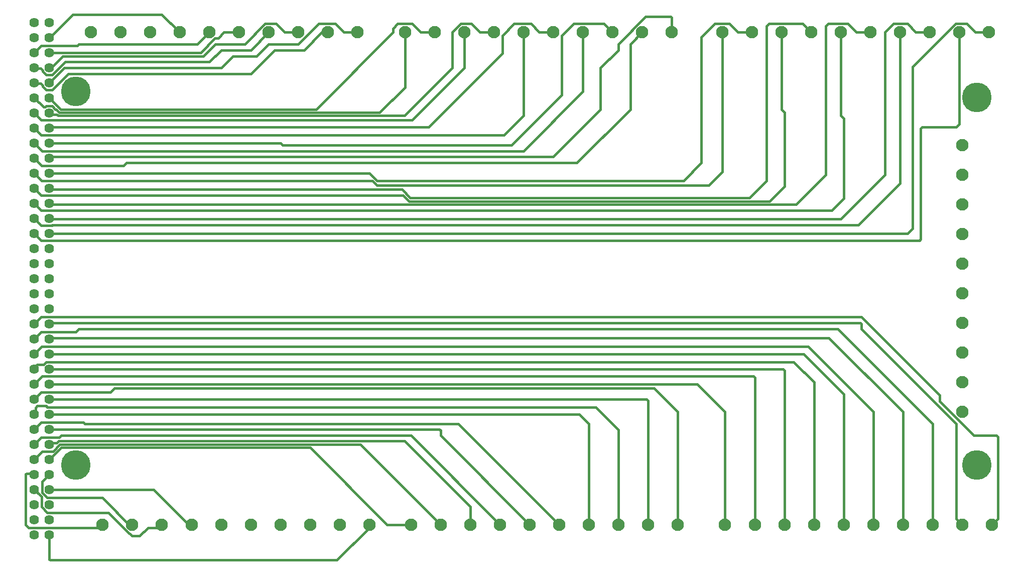
<source format=gtl>
G04*
G04 #@! TF.GenerationSoftware,Altium Limited,Altium Designer,20.0.11 (256)*
G04*
G04 Layer_Physical_Order=1*
G04 Layer_Color=255*
%FSLAX25Y25*%
%MOIN*%
G70*
G01*
G75*
%ADD10C,0.01500*%
%ADD18C,0.08268*%
%ADD19C,0.19685*%
%ADD20C,0.06378*%
D10*
X32856Y-42698D02*
G03*
X34073Y-43916I4546J3328D01*
G01*
X80709Y279528D02*
X88583Y287402D01*
X1969Y279528D02*
X80709D01*
X-27716Y273858D02*
X-23178Y278397D01*
X838D01*
X1969Y279528D01*
X98425Y287402D02*
X108268D01*
X94488Y283465D02*
X98425Y287402D01*
X-17717Y273858D02*
X82795D01*
X92401Y283465D01*
X94488D01*
X-8601Y271654D02*
X84646D01*
X92520Y279528D01*
X-16397Y263858D02*
X-8601Y271654D01*
X-7227Y267717D02*
X88583D01*
X96457Y275590D01*
X-14401Y260543D02*
X-7227Y267717D01*
X-17717Y253858D02*
X-7795Y263779D01*
X96457D02*
X104331Y271654D01*
X-7795Y263779D02*
X96457D01*
X116142Y259842D02*
X131890Y275590D01*
X-15774Y249169D02*
X-5101Y259842D01*
X116142D01*
X-1969Y299213D02*
X57087D01*
X-17717Y283858D02*
X-17323D01*
X-1969Y299213D01*
X57087D02*
X68898Y287402D01*
X608268Y-39370D02*
X612205Y-35433D01*
Y18806D01*
X611326Y19685D02*
X612205Y18806D01*
X596363Y19685D02*
X611326D01*
X-9764Y11811D02*
X155512D01*
X-17717Y13858D02*
X-16783Y14792D01*
X-15225Y9319D02*
X-10634Y13911D01*
X-12723Y14792D02*
X-11503Y16011D01*
X-17717Y3858D02*
X-9764Y11811D01*
X218241Y16011D02*
X261811Y-27559D01*
X188845Y13911D02*
X242126Y-39370D01*
X-16783Y14792D02*
X-12723D01*
X-10634Y13911D02*
X188845D01*
X-11503Y16011D02*
X218241D01*
X155512Y11811D02*
X206693Y-39370D01*
X222441D01*
X521654Y90551D02*
X584646Y27559D01*
Y-35433D02*
X588583Y-39370D01*
X584646Y-35433D02*
Y27559D01*
X-17717Y53858D02*
X412677D01*
X431102Y35433D01*
X-22520Y59055D02*
X449909D01*
X-17717Y63858D02*
X469606D01*
X470472Y-39370D02*
Y62992D01*
X-27716Y53858D02*
X-22520Y59055D01*
X449909D02*
X450787Y58176D01*
X469606Y63858D02*
X470472Y62992D01*
X-11818Y232020D02*
X218241D01*
X250000Y263779D01*
X-13049Y236221D02*
X-10949Y234120D01*
X-17717Y233858D02*
X-16783Y232925D01*
X-13660Y236221D02*
X-13049D01*
X159449D02*
X210630Y287402D01*
X-10079Y236221D02*
X159449D01*
X-17717Y243858D02*
X-10079Y236221D01*
X-16783Y232925D02*
X-12723D01*
X-10949Y234120D02*
X201764D01*
X-12723Y232925D02*
X-11818Y232020D01*
X201764Y234120D02*
X218504Y250860D01*
X-15836Y238397D02*
X-13660Y236221D01*
X-19597Y238397D02*
X-15836D01*
X-27716Y243858D02*
X-21547Y237689D01*
X-20305D01*
X-19597Y238397D01*
X-22255Y9319D02*
X-15225D01*
X-27716Y3858D02*
X-22255Y9319D01*
X450787Y-39370D02*
Y58176D01*
X-17717Y83858D02*
X-16929Y84646D01*
X500000D02*
X549213Y35433D01*
X-16929Y84646D02*
X500000D01*
X519685Y159449D02*
X547244Y187008D01*
X-15707Y159449D02*
X519685D01*
X-23178Y159319D02*
X-15836D01*
X-15707Y159449D01*
X-27716Y163858D02*
X-23178Y159319D01*
X-17717Y153858D02*
X552139D01*
X555582Y157300D01*
X-23028Y149169D02*
X560145D01*
X561024Y150048D01*
Y223531D01*
X561902Y224410D02*
X584646D01*
X555582Y264336D02*
X584281Y293035D01*
X561024Y223531D02*
X561902Y224410D01*
X555582Y157300D02*
Y264336D01*
X591490Y293035D02*
X597123Y287402D01*
X606299D01*
X584281Y293035D02*
X591490D01*
X507874Y163386D02*
X537402Y192913D01*
X-17244Y163386D02*
X507874D01*
X-17717Y163858D02*
X-17244Y163386D01*
X-23150Y169291D02*
X501968D01*
X-27716Y173858D02*
X-23150Y169291D01*
X501968D02*
X509842Y177165D01*
X478346Y173228D02*
X498032Y192913D01*
X217379Y179134D02*
X221184Y175328D01*
X222080Y177428D02*
X447113D01*
X458661Y188976D01*
X221184Y175328D02*
X460761D01*
X470472Y185039D01*
X216438Y183071D02*
X222080Y177428D01*
X-17087Y173228D02*
X478346D01*
X-17717Y173858D02*
X-17087Y173228D01*
X-22992Y179134D02*
X217379D01*
X-27716Y183858D02*
X-22992Y179134D01*
X-16929Y183071D02*
X216438D01*
X-17717Y183858D02*
X-16929Y183071D01*
X-27716Y203858D02*
X-22677Y198819D01*
X31496D02*
X33465Y200787D01*
X-22677Y198819D02*
X31496D01*
X196846Y188976D02*
X199964Y185858D01*
X-27716Y193858D02*
X-22835Y188976D01*
X196846D01*
X-17717Y193858D02*
X194934D01*
X199816Y188976D01*
X199964Y185858D02*
X420110D01*
X-17717Y263858D02*
X-16397D01*
X-22114Y261625D02*
Y262232D01*
X-19659Y259169D02*
X-17717D01*
X-21032Y260543D02*
X-19659Y259169D01*
X-27716Y263858D02*
X-27358Y263500D01*
X-17717Y259169D02*
X-15774D01*
X-14401Y260543D01*
X-27358Y263500D02*
X-23383D01*
X-22114Y261625D02*
X-21032Y260543D01*
X-23383Y263500D02*
X-22114Y262232D01*
X-23383Y253500D02*
X-22114Y252232D01*
X-17717Y249169D02*
X-15774D01*
X-22114Y251625D02*
Y252232D01*
Y251625D02*
X-21032Y250543D01*
X-27358Y253500D02*
X-23383D01*
X-19659Y249169D02*
X-17717D01*
X-27716Y253858D02*
X-27358Y253500D01*
X-21032Y250543D02*
X-19659Y249169D01*
X-19659Y68547D02*
X476728D01*
X490158Y-39370D02*
Y55118D01*
X476728Y68547D02*
X490158Y55118D01*
X-22793Y78782D02*
X486178D01*
X529528Y-39370D02*
Y35433D01*
X486178Y78782D02*
X529528Y35433D01*
X21610Y-31453D02*
X32856Y-42698D01*
X34073Y-43916D02*
X37130Y-46973D01*
X42277D01*
X-19037Y-31453D02*
X21610D01*
X-17717Y-16142D02*
X51575D01*
X76772Y-41339D01*
X261811Y-39370D02*
Y-27559D01*
X222441Y19685D02*
X281496Y-39370D01*
X-9843Y19685D02*
X222441D01*
X-27716Y13858D02*
X-23028Y18547D01*
X-10980D01*
X-9843Y19685D01*
X242126Y19685D02*
Y23036D01*
X-17717Y23858D02*
X241304D01*
X242126Y23036D01*
Y19685D02*
X301181Y-39370D01*
X-23028Y28547D02*
X4917D01*
X253937Y27559D02*
X320866Y-39370D01*
X4917Y28547D02*
X5906Y27559D01*
X253937D01*
X-27716Y23858D02*
X-23028Y28547D01*
X-17717Y33858D02*
X334252D01*
X345311Y38547D02*
X360236Y23622D01*
X-19851Y39362D02*
X-19037Y38547D01*
X345311D01*
X334252Y33858D02*
X340551Y27559D01*
Y-39370D02*
Y27559D01*
X360236Y-39370D02*
Y23622D01*
X-25582Y39362D02*
X-19851D01*
X-26687Y38256D02*
X-25582Y39362D01*
X-27716Y33858D02*
X-26687Y34887D01*
Y38256D01*
X379921Y-39370D02*
Y42721D01*
X-17717Y43858D02*
X378784D01*
X379921Y42721D01*
X399606Y-39370D02*
Y35433D01*
X25591Y51181D02*
X383858D01*
X399606Y35433D01*
X-27716Y43858D02*
X-23028Y48547D01*
X22957D01*
X25591Y51181D01*
X431102Y-39370D02*
Y35433D01*
X-27716Y63858D02*
Y64803D01*
X-25591Y66929D01*
X-21277D01*
X-19659Y68547D01*
X509842Y-39370D02*
Y47244D01*
X-17717Y73858D02*
X483228D01*
X509842Y47244D01*
X-27716Y73858D02*
X-22793Y78782D01*
X1969Y90551D02*
X505905D01*
X568898Y27559D01*
X32Y88614D02*
X1969Y90551D01*
X-27716Y83858D02*
X-22961Y88614D01*
X32D01*
X521654Y90551D02*
Y93902D01*
X-17087Y94488D02*
X521068D01*
X521654Y93902D01*
X1969Y98425D02*
X521654D01*
X573636Y46442D01*
Y42412D02*
Y46442D01*
X549213Y-39370D02*
Y35433D01*
X568898Y-39370D02*
Y27559D01*
X-17717Y93858D02*
X-17087Y94488D01*
X-23028Y98547D02*
X1846D01*
X1969Y98425D01*
X573636Y42412D02*
X596363Y19685D01*
X-27716Y93858D02*
X-23028Y98547D01*
X-17131Y-62992D02*
X173228D01*
X-17717Y-62406D02*
Y-46142D01*
Y-62406D02*
X-17131Y-62992D01*
X173228D02*
X194882Y-41339D01*
X17516Y-21453D02*
X37402Y-41339D01*
X-22406Y-18084D02*
Y-10831D01*
Y-18084D02*
X-19037Y-21453D01*
X17516D01*
X-22406Y-10831D02*
X-17717Y-6142D01*
X-27716Y-16142D02*
X-22862Y-20996D01*
X47911Y-41339D02*
X57087D01*
X-31496D02*
X17717D01*
X42277Y-46973D02*
X47911Y-41339D01*
X-22862Y-27627D02*
X-19037Y-31453D01*
X-22862Y-27627D02*
Y-20996D01*
X-33465Y-39370D02*
Y-5937D01*
X-28507Y-5351D02*
X-27716Y-6142D01*
X-32879Y-5351D02*
X-28507D01*
X-33465Y-5937D02*
X-32879Y-5351D01*
X-33465Y-39370D02*
X-31496Y-41339D01*
X584646Y224410D02*
X586614Y226378D01*
Y287402D01*
X-27716Y153858D02*
X-23028Y149169D01*
X537402Y287402D02*
X543035Y293035D01*
X552120D02*
X557753Y287402D01*
X543035Y293035D02*
X552120D01*
X537402Y192913D02*
Y287402D01*
X557753D02*
X566929D01*
X547244Y187008D02*
Y287402D01*
X498032Y192913D02*
Y291339D01*
X518383Y287402D02*
X527559D01*
X512749Y293035D02*
X518383Y287402D01*
X499728Y293035D02*
X512749D01*
X498032Y291339D02*
X499728Y293035D01*
X507874Y232284D02*
Y287402D01*
X509842Y177165D02*
Y230316D01*
X507874Y232284D02*
X509842Y230316D01*
X460358Y293035D02*
X482555D01*
X458661Y188976D02*
Y291339D01*
X460358Y293035D01*
X482555D02*
X488189Y287402D01*
X468504Y236221D02*
Y287402D01*
Y236221D02*
X470472Y234253D01*
Y185039D02*
Y234253D01*
X420110Y185858D02*
X429134Y194882D01*
X199816Y188976D02*
X403543D01*
X433889Y293035D02*
X439523Y287402D01*
X415354Y200787D02*
Y284011D01*
X424379Y293035D02*
X433889D01*
X403543Y188976D02*
X415354Y200787D01*
Y284011D02*
X424379Y293035D01*
X439523Y287402D02*
X448819D01*
X429134Y194882D02*
Y287402D01*
X-17717Y203858D02*
X-16850Y204724D01*
X316929D01*
X332677Y200787D02*
X368110Y236221D01*
X33465Y200787D02*
X332677D01*
X297244Y208661D02*
X336614Y248031D01*
X-22520Y208661D02*
X297244D01*
X-27716Y213858D02*
X-22520Y208661D01*
X348425Y236221D02*
Y263779D01*
X360236Y275590D01*
Y279621D02*
X378414Y297798D01*
X360236Y275590D02*
Y279621D01*
X316929Y204724D02*
X348425Y236221D01*
X368110D02*
Y279528D01*
X289370Y212598D02*
X322563Y245791D01*
X137184Y212598D02*
X289370D01*
X135924Y213858D02*
X137184Y212598D01*
X336614Y248031D02*
Y287402D01*
X378414Y297798D02*
X395083D01*
X395669Y297213D01*
Y287402D02*
Y297213D01*
X368110Y279528D02*
X375984Y287402D01*
X-17717Y213858D02*
X135924D01*
X322563Y285161D02*
X330437Y293035D01*
X322563Y245791D02*
Y285161D01*
X330437Y293035D02*
X350665D01*
X297244Y232283D02*
Y287402D01*
X284130Y219169D02*
X297244Y232283D01*
X350665Y293035D02*
X356299Y287402D01*
X-23028Y219169D02*
X284130D01*
X-17717Y223858D02*
X-17165Y224410D01*
X234252D01*
X-27716Y223858D02*
X-23028Y219169D01*
X283193Y273350D02*
Y285161D01*
X234252Y224410D02*
X283193Y273350D01*
X307753Y287402D02*
X316929D01*
X302119Y293035D02*
X307753Y287402D01*
X291067Y293035D02*
X302119D01*
X283193Y285161D02*
X291067Y293035D01*
X257874Y263779D02*
Y287402D01*
X223264Y229169D02*
X257874Y263779D01*
X262750Y293035D02*
X268383Y287402D01*
X250000Y263779D02*
Y287495D01*
X255540Y293035D02*
X262750D01*
X250000Y287495D02*
X255540Y293035D01*
X218504Y250860D02*
Y287402D01*
X268383D02*
X277559D01*
X-23028Y229169D02*
X223264D01*
X-27716Y233858D02*
X-23028Y229169D01*
X210630Y287402D02*
Y289917D01*
X228893Y287402D02*
X238189D01*
X223259Y293035D02*
X228893Y287402D01*
X213749Y293035D02*
X223259D01*
X210630Y289917D02*
X213749Y293035D01*
X151531Y275590D02*
X163341Y287402D01*
X131890Y275590D02*
X151531D01*
X163341Y287402D02*
X167323D01*
X127953Y279528D02*
X147731D01*
X161239Y293035D01*
X172198D01*
X120079Y271654D02*
X127953Y279528D01*
X104331Y271654D02*
X120079D01*
X172198Y293035D02*
X177832Y287402D01*
X132828Y293035D02*
X138462Y287402D01*
X147638D01*
X177832D02*
X187008D01*
X125619Y293035D02*
X132828D01*
X116142Y275590D02*
X127953Y287402D01*
X96457Y275590D02*
X116142D01*
X92520Y279528D02*
X112111D01*
X125619Y293035D01*
D18*
X187008Y287402D02*
D03*
X167323D02*
D03*
X147638D02*
D03*
X127953D02*
D03*
X108268D02*
D03*
X88583D02*
D03*
X68898D02*
D03*
X49213D02*
D03*
X29528D02*
D03*
X9843D02*
D03*
X218504D02*
D03*
X238189D02*
D03*
X257874D02*
D03*
X277559D02*
D03*
X297244D02*
D03*
X316929D02*
D03*
X336614D02*
D03*
X356299D02*
D03*
X375984D02*
D03*
X395669D02*
D03*
X606299D02*
D03*
X586614D02*
D03*
X566929D02*
D03*
X547244D02*
D03*
X527559D02*
D03*
X507874D02*
D03*
X488189D02*
D03*
X468504D02*
D03*
X448819D02*
D03*
X429134D02*
D03*
X588583Y35433D02*
D03*
Y55118D02*
D03*
Y74803D02*
D03*
Y94488D02*
D03*
Y114173D02*
D03*
Y133858D02*
D03*
Y153543D02*
D03*
Y173228D02*
D03*
Y192913D02*
D03*
Y212598D02*
D03*
X608268Y-39370D02*
D03*
X588583D02*
D03*
X568898D02*
D03*
X549213D02*
D03*
X529528D02*
D03*
X509842D02*
D03*
X490158D02*
D03*
X470472D02*
D03*
X450787D02*
D03*
X431102D02*
D03*
X222441Y-39370D02*
D03*
X242126D02*
D03*
X261811D02*
D03*
X281496D02*
D03*
X301181D02*
D03*
X320866D02*
D03*
X340551D02*
D03*
X360236D02*
D03*
X379921D02*
D03*
X399606D02*
D03*
X17717Y-39370D02*
D03*
X37402D02*
D03*
X57087D02*
D03*
X76772D02*
D03*
X96457D02*
D03*
X116142D02*
D03*
X135827D02*
D03*
X155512D02*
D03*
X175197D02*
D03*
X194882D02*
D03*
D19*
X598425Y244094D02*
D03*
Y0D02*
D03*
X0D02*
D03*
Y248031D02*
D03*
D20*
X-17717Y-46142D02*
D03*
X-27716D02*
D03*
X-17717Y-36142D02*
D03*
X-27716D02*
D03*
X-17717Y-26142D02*
D03*
X-27716D02*
D03*
X-17717Y-16142D02*
D03*
X-27716D02*
D03*
X-17717Y-6142D02*
D03*
X-27716D02*
D03*
X-17717Y3858D02*
D03*
X-27716D02*
D03*
X-17717Y13858D02*
D03*
X-27716D02*
D03*
X-17717Y23858D02*
D03*
X-27716D02*
D03*
X-17717Y33858D02*
D03*
X-27716D02*
D03*
X-17717Y43858D02*
D03*
X-27716D02*
D03*
X-17717Y53858D02*
D03*
X-27716D02*
D03*
X-17717Y63858D02*
D03*
X-27716D02*
D03*
X-17717Y73858D02*
D03*
X-27716D02*
D03*
X-17717Y83858D02*
D03*
X-27716D02*
D03*
X-17717Y93858D02*
D03*
X-27716D02*
D03*
X-17717Y103858D02*
D03*
X-27716D02*
D03*
X-17717Y113858D02*
D03*
X-27716D02*
D03*
X-17717Y123858D02*
D03*
X-27716D02*
D03*
X-17717Y133858D02*
D03*
X-27716D02*
D03*
X-17717Y143858D02*
D03*
X-27716D02*
D03*
X-17717Y153858D02*
D03*
X-27716D02*
D03*
X-17717Y163858D02*
D03*
X-27716D02*
D03*
X-17717Y173858D02*
D03*
X-27716D02*
D03*
X-17717Y183858D02*
D03*
X-27716D02*
D03*
X-17717Y193858D02*
D03*
X-27716D02*
D03*
X-17717Y203858D02*
D03*
X-27716D02*
D03*
X-17717Y213858D02*
D03*
X-27716D02*
D03*
X-17717Y223858D02*
D03*
X-27716D02*
D03*
X-17717Y233858D02*
D03*
X-27716D02*
D03*
X-17717Y243858D02*
D03*
X-27716D02*
D03*
X-17717Y253858D02*
D03*
X-27716D02*
D03*
X-17717Y263858D02*
D03*
X-27716D02*
D03*
X-17717Y273858D02*
D03*
X-27716D02*
D03*
X-17717Y283858D02*
D03*
X-27716D02*
D03*
X-17717Y293858D02*
D03*
X-27716D02*
D03*
M02*

</source>
